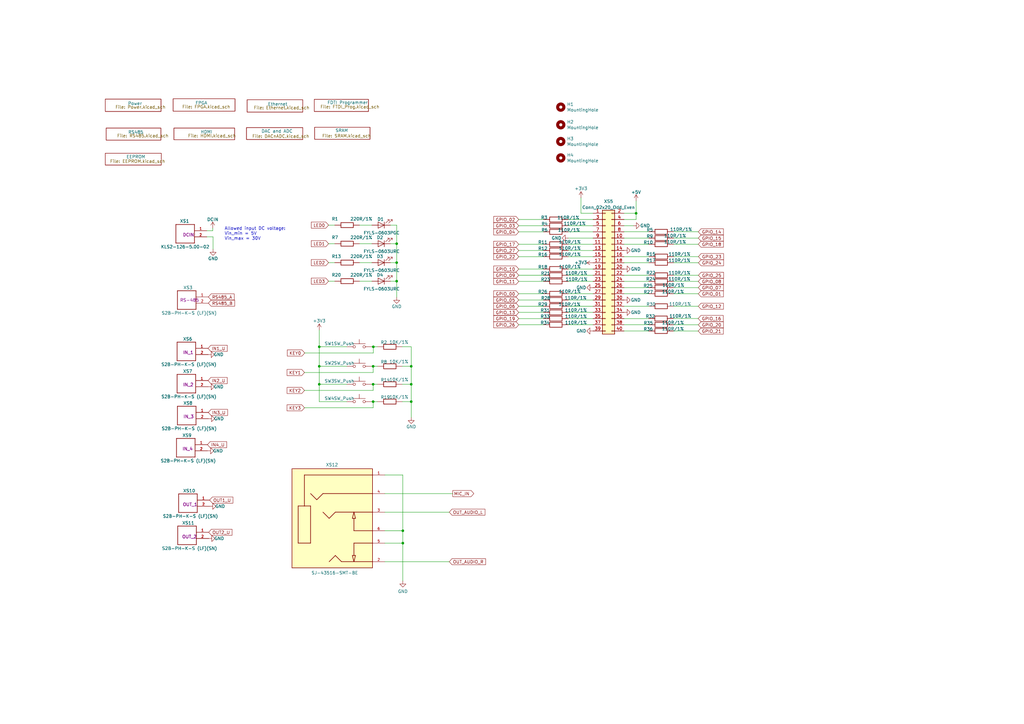
<source format=kicad_sch>
(kicad_sch (version 20230121) (generator eeschema)
  (paper "A3")
  (title_block (title "ПИР СЦХ-254 \"Карно\"\n(Karnix ASB-254)") (date "2023-10-04") (rev "V1.0") (company "ООО \"Фабмикро\"") (comment 1 "ФМТД.466961.029 Э3") (comment 2 "Залата Р.Н."))
  (lib_symbols
    (symbol "Connector_Generic:Conn_02x20_Odd_Even" (pin_names (offset 1.016) hide)
      (property "Reference" "J" (at 1.27 25.4 0))
      (property "Value" "Conn_02x20_Odd_Even" (at 1.27 -27.94 0))
      (symbol "Conn_02x20_Odd_Even_1_1"
        (pin passive line (at -5.08 22.86 0) (length 3.81) (name "Pin_1") (number "1"))
        (pin passive line (at 7.62 12.7 180) (length 3.81) (name "Pin_10") (number "10"))
        (pin passive line (at -5.08 10.16 0) (length 3.81) (name "Pin_11") (number "11"))
        (pin passive line (at 7.62 10.16 180) (length 3.81) (name "Pin_12") (number "12"))
        (pin passive line (at -5.08 7.62 0) (length 3.81) (name "Pin_13") (number "13"))
        (pin passive line (at 7.62 7.62 180) (length 3.81) (name "Pin_14") (number "14"))
        (pin passive line (at -5.08 5.08 0) (length 3.81) (name "Pin_15") (number "15"))
        (pin passive line (at 7.62 5.08 180) (length 3.81) (name "Pin_16") (number "16"))
        (pin passive line (at -5.08 2.54 0) (length 3.81) (name "Pin_17") (number "17"))
        (pin passive line (at 7.62 2.54 180) (length 3.81) (name "Pin_18") (number "18"))
        (pin passive line (at -5.08 0 0) (length 3.81) (name "Pin_19") (number "19"))
        (pin passive line (at 7.62 22.86 180) (length 3.81) (name "Pin_2") (number "2"))
        (pin passive line (at 7.62 0 180) (length 3.81) (name "Pin_20") (number "20"))
        (pin passive line (at -5.08 -2.54 0) (length 3.81) (name "Pin_21") (number "21"))
        (pin passive line (at 7.62 -2.54 180) (length 3.81) (name "Pin_22") (number "22"))
        (pin passive line (at -5.08 -5.08 0) (length 3.81) (name "Pin_23") (number "23"))
        (pin passive line (at 7.62 -5.08 180) (length 3.81) (name "Pin_24") (number "24"))
        (pin passive line (at -5.08 -7.62 0) (length 3.81) (name "Pin_25") (number "25"))
        (pin passive line (at 7.62 -7.62 180) (length 3.81) (name "Pin_26") (number "26"))
        (pin passive line (at -5.08 -10.16 0) (length 3.81) (name "Pin_27") (number "27"))
        (pin passive line (at 7.62 -10.16 180) (length 3.81) (name "Pin_28") (number "28"))
        (pin passive line (at -5.08 -12.7 0) (length 3.81) (name "Pin_29") (number "29"))
        (pin passive line (at -5.08 20.32 0) (length 3.81) (name "Pin_3") (number "3"))
        (pin passive line (at 7.62 -12.7 180) (length 3.81) (name "Pin_30") (number "30"))
        (pin passive line (at -5.08 -15.24 0) (length 3.81) (name "Pin_31") (number "31"))
        (pin passive line (at 7.62 -15.24 180) (length 3.81) (name "Pin_32") (number "32"))
        (pin passive line (at -5.08 -17.78 0) (length 3.81) (name "Pin_33") (number "33"))
        (pin passive line (at 7.62 -17.78 180) (length 3.81) (name "Pin_34") (number "34"))
        (pin passive line (at -5.08 -20.32 0) (length 3.81) (name "Pin_35") (number "35"))
        (pin passive line (at 7.62 -20.32 180) (length 3.81) (name "Pin_36") (number "36"))
        (pin passive line (at -5.08 -22.86 0) (length 3.81) (name "Pin_37") (number "37"))
        (pin passive line (at 7.62 -22.86 180) (length 3.81) (name "Pin_38") (number "38"))
        (pin passive line (at -5.08 -25.4 0) (length 3.81) (name "Pin_39") (number "39"))
        (pin passive line (at 7.62 20.32 180) (length 3.81) (name "Pin_4") (number "4"))
        (pin passive line (at 7.62 -25.4 180) (length 3.81) (name "Pin_40") (number "40"))
        (pin passive line (at -5.08 17.78 0) (length 3.81) (name "Pin_5") (number "5"))
        (pin passive line (at 7.62 17.78 180) (length 3.81) (name "Pin_6") (number "6"))
        (pin passive line (at -5.08 15.24 0) (length 3.81) (name "Pin_7") (number "7"))
        (pin passive line (at 7.62 15.24 180) (length 3.81) (name "Pin_8") (number "8"))
        (pin passive line (at -5.08 12.7 0) (length 3.81) (name "Pin_9") (number "9"))
      )
    )
    (symbol "Fabmicro:+3V3" (power) (pin_names (offset 0))
      (property "Value" "+3V3" (at 0 3.556 0))
      (symbol "+3V3_1_1"
        (pin power_in line (at 0 0 90) (length 0) hide (name "+3V3") (number "1"))
      )
    )
    (symbol "Fabmicro:CONN_2Pins" (pin_names (offset 1.016))
      (property "Reference" "XS" (at 0 2.54 0))
      (property "Value" "CONN_2Pins" (at 2.54 2.54 0))
      (symbol "CONN_2Pins_1_1"
        (pin passive line (at 12.7 -2.54 180) (length 5.08) (name "~") (number "1"))
        (pin passive line (at 12.7 -5.08 180) (length 5.08) (name "~") (number "2"))
      )
    )
    (symbol "Fabmicro:DCIN" (power) (pin_names (offset 0))
      (property "Value" "DCIN" (at 0 3.556 0))
      (symbol "DCIN_1_1"
        (pin power_in line (at 0 0 90) (length 0) hide (name "DCIN") (number "1"))
      )
    )
    (symbol "Fabmicro:LED" (pin_numbers hide) (pin_names (offset 1.016) hide)
      (property "Reference" "D" (at 3.81 2.54 0))
      (property "Value" "LED" (at 3.81 -2.54 0))
      (symbol "LED_1_1"
        (pin passive line (at 0 0 0) (length 2.54) (name "K") (number "1"))
        (pin passive line (at 7.62 0 180) (length 2.54) (name "A") (number "2"))
      )
    )
    (symbol "Fabmicro:Resistor" (pin_numbers hide) (pin_names (offset 0))
      (property "Reference" "R" (at 0 2.032 0))
      (property "Value" "Resistor" (at 0 0 0))
      (symbol "Resistor_1_1"
        (pin passive line (at -5.08 0 0) (length 2.54) (name "~") (number "1"))
        (pin passive line (at 5.08 0 180) (length 2.54) (name "~") (number "2"))
      )
    )
    (symbol "Fabmicro:SJ-43516-SMT-BE" (pin_names (offset 1.016))
      (property "Reference" "J" (at -17.7932 22.877 0))
      (property "Value" "SJ-43516-SMT-BE" (at -17.8146 -20.3595 0))
      (symbol "SJ-43516-SMT-BE_0_0"
        (pin passive line (at 20.32 20.32 180) (length 5.08) (name "~") (number "1"))
        (pin passive line (at 20.32 -15.24 180) (length 5.08) (name "~") (number "2"))
        (pin passive line (at 20.32 5.08 180) (length 5.08) (name "~") (number "3"))
        (pin passive line (at 20.32 12.7 180) (length 5.08) (name "~") (number "4"))
        (pin passive line (at 20.32 -7.62 180) (length 5.08) (name "~") (number "5"))
        (pin passive line (at 20.32 -2.54 180) (length 5.08) (name "~") (number "6"))
      )
    )
    (symbol "Mechanical:MountingHole" (pin_names (offset 1.016))
      (property "Reference" "H" (at 0 5.08 0))
      (property "Value" "MountingHole" (at 0 3.175 0))
    )
    (symbol "Switch:SW_Push" (pin_numbers hide) (pin_names (offset 1.016) hide)
      (property "Reference" "SW" (at 1.27 2.54 0))
      (property "Value" "SW_Push" (at 0 -1.524 0))
      (symbol "SW_Push_0_1"
        (pin passive line (at -5.08 0 0) (length 2.54) (name "1") (number "1"))
        (pin passive line (at 5.08 0 180) (length 2.54) (name "2") (number "2"))
      )
    )
    (symbol "power:+5V" (power) (pin_names (offset 0))
      (property "Value" "+5V" (at 0 3.556 0))
      (symbol "+5V_1_1"
        (pin power_in line (at 0 0 90) (length 0) hide (name "+5V") (number "1"))
      )
    )
    (symbol "power:GND" (power) (pin_names (offset 0))
      (property "Value" "GND" (at 0 -3.81 0))
      (symbol "GND_1_1"
        (pin power_in line (at 0 0 270) (length 0) hide (name "GND") (number "1"))
      )
    )
  )
  (junction (at 130.937 150.241))
  (junction (at 165.227 217.678))
  (junction (at 168.656 157.607))
  (junction (at 130.937 157.607))
  (junction (at 162.687 115.316))
  (junction (at 168.656 150.241))
  (junction (at 168.656 164.719))
  (junction (at 153.035 150.241))
  (junction (at 153.035 164.719))
  (junction (at 162.687 99.949))
  (junction (at 260.8904 87.4861))
  (junction (at 165.227 222.758))
  (junction (at 162.687 107.7136))
  (junction (at 130.937 142.24))
  (junction (at 153.1304 142.24))
  (junction (at 153.035 157.607))
  (wire (pts (xy 266.0974 97.6461) (xy 255.9374 97.6461)))
  (wire (pts (xy 168.656 150.241) (xy 164.973 150.241)))
  (wire (pts (xy 130.937 135.382) (xy 130.937 142.24)))
  (wire (pts (xy 222.9174 102.7515) (xy 212.7574 102.7515)))
  (wire (pts (xy 238.2844 87.4861) (xy 243.2374 87.4861)))
  (wire (pts (xy 153.035 164.719) (xy 152.4 164.719)))
  (wire (pts (xy 222.9174 100.1861) (xy 212.7574 100.1861)))
  (wire (pts (xy 87.376 97.155) (xy 87.376 102.235)))
  (wire (pts (xy 276.3082 107.7807) (xy 286.4682 107.7807)))
  (wire (pts (xy 276.3122 105.2447) (xy 286.4722 105.2447)))
  (wire (pts (xy 276.2574 95.0807) (xy 286.4174 95.0807)))
  (wire (pts (xy 255.9374 125.6115) (xy 255.9374 125.5861)))
  (wire (pts (xy 276.225 135.763) (xy 286.385 135.763)))
  (wire (pts (xy 243.2374 95.1061) (xy 233.0774 95.1061)))
  (wire (pts (xy 255.9374 95.0807) (xy 255.9374 95.1061)))
  (wire (pts (xy 154.813 157.607) (xy 153.035 157.607)))
  (wire (pts (xy 266.0974 95.0807) (xy 255.9374 95.0807)))
  (wire (pts (xy 165.227 194.818) (xy 165.227 217.678)))
  (wire (pts (xy 162.687 99.949) (xy 160.147 99.949)))
  (wire (pts (xy 266.0974 125.6115) (xy 255.9374 125.6115)))
  (wire (pts (xy 233.0774 105.2661) (xy 243.2374 105.2661)))
  (wire (pts (xy 162.687 115.316) (xy 160.147 115.316)))
  (wire (pts (xy 276.2574 115.4261) (xy 286.4174 115.4261)))
  (wire (pts (xy 153.035 160.147) (xy 153.035 157.607)))
  (wire (pts (xy 276.2574 125.6115) (xy 286.4174 125.6115)))
  (wire (pts (xy 243.2374 90.0261) (xy 233.0774 90.0261)))
  (wire (pts (xy 243.2374 100.1861) (xy 233.0774 100.1861)))
  (wire (pts (xy 233.0774 120.5061) (xy 243.2374 120.5061)))
  (wire (pts (xy 162.687 99.949) (xy 162.687 107.7136)))
  (wire (pts (xy 276.2574 117.9661) (xy 286.4174 117.9661)))
  (wire (pts (xy 137.287 107.7136) (xy 134.747 107.7136)))
  (wire (pts (xy 162.687 115.316) (xy 162.687 121.92)))
  (wire (pts (xy 266.0974 100.1861) (xy 266.0974 100.1607)))
  (wire (pts (xy 255.925 107.7995) (xy 255.9374 107.7995)))
  (wire (pts (xy 255.925 107.7807) (xy 255.925 107.7995)))
  (wire (pts (xy 266.1482 112.8861) (xy 266.1482 112.9115)))
  (wire (pts (xy 160.147 92.329) (xy 162.687 92.329)))
  (wire (pts (xy 142.24 157.607) (xy 130.937 157.607)))
  (wire (pts (xy 185.674 202.438) (xy 157.861 202.438)))
  (wire (pts (xy 130.937 150.241) (xy 130.937 157.607)))
  (wire (pts (xy 152.527 107.7136) (xy 147.447 107.7136)))
  (wire (pts (xy 137.287 115.316) (xy 134.747 115.316)))
  (wire (pts (xy 222.9174 130.6661) (xy 212.7574 130.6661)))
  (wire (pts (xy 255.9374 130.6661) (xy 266.0466 130.6661)))
  (wire (pts (xy 153.1304 144.78) (xy 153.1304 142.24)))
  (wire (pts (xy 276.2574 100.1607) (xy 286.4174 100.1607)))
  (wire (pts (xy 260.8904 87.4861) (xy 255.9374 87.4861)))
  (wire (pts (xy 157.861 210.058) (xy 184.277 210.058)))
  (wire (pts (xy 259.7474 92.5661) (xy 255.9374 92.5661)))
  (wire (pts (xy 153.035 152.781) (xy 153.035 150.241)))
  (wire (pts (xy 157.861 222.758) (xy 165.227 222.758)))
  (wire (pts (xy 266.0974 133.2061) (xy 266.0974 133.2315)))
  (wire (pts (xy 222.9174 112.8861) (xy 212.7574 112.8861)))
  (wire (pts (xy 124.8726 167.259) (xy 153.035 167.259)))
  (wire (pts (xy 255.9374 105.2661) (xy 266.1522 105.2661)))
  (wire (pts (xy 243.2374 102.7515) (xy 243.2374 102.7261)))
  (wire (pts (xy 266.0466 130.6661) (xy 266.0466 130.6407)))
  (wire (pts (xy 212.7574 92.5661) (xy 222.9174 92.5661)))
  (wire (pts (xy 266.1482 107.7807) (xy 255.925 107.7807)))
  (wire (pts (xy 233.0774 123.0461) (xy 243.2374 123.0461)))
  (wire (pts (xy 142.24 164.719) (xy 130.937 164.719)))
  (wire (pts (xy 260.8904 82.4061) (xy 260.8904 87.4861)))
  (wire (pts (xy 168.656 157.607) (xy 168.656 164.719)))
  (wire (pts (xy 233.0774 102.7515) (xy 243.2374 102.7515)))
  (wire (pts (xy 153.035 167.259) (xy 153.035 164.719)))
  (wire (pts (xy 222.9174 120.5061) (xy 212.7574 120.5061)))
  (wire (pts (xy 222.9174 105.2661) (xy 212.7574 105.2661)))
  (wire (pts (xy 222.9174 128.1261) (xy 212.7574 128.1261)))
  (wire (pts (xy 162.687 107.7136) (xy 162.687 115.316)))
  (wire (pts (xy 222.9174 133.2061) (xy 212.7574 133.2061)))
  (wire (pts (xy 165.227 222.758) (xy 165.227 238.252)))
  (wire (pts (xy 157.861 217.678) (xy 165.227 217.678)))
  (wire (pts (xy 153.035 157.607) (xy 152.4 157.607)))
  (wire (pts (xy 260.8904 90.0261) (xy 260.8904 87.4861)))
  (wire (pts (xy 266.1522 105.2661) (xy 266.1522 105.2447)))
  (wire (pts (xy 152.527 92.329) (xy 147.447 92.329)))
  (wire (pts (xy 255.9374 135.7461) (xy 266.065 135.7461)))
  (wire (pts (xy 87.249 93.599) (xy 87.249 94.615)))
  (wire (pts (xy 152.527 115.316) (xy 147.447 115.316)))
  (wire (pts (xy 255.9374 133.2061) (xy 266.0974 133.2061)))
  (wire (pts (xy 168.656 142.24) (xy 164.973 142.24)))
  (wire (pts (xy 212.7574 123.0461) (xy 222.9174 123.0461)))
  (wire (pts (xy 154.813 142.24) (xy 153.1304 142.24)))
  (wire (pts (xy 153.1304 142.24) (xy 152.4 142.24)))
  (wire (pts (xy 124.8726 160.147) (xy 153.035 160.147)))
  (wire (pts (xy 233.0774 133.2061) (xy 243.2374 133.2061)))
  (wire (pts (xy 168.656 150.241) (xy 168.656 142.24)))
  (wire (pts (xy 130.937 157.607) (xy 130.937 164.719)))
  (wire (pts (xy 165.227 217.678) (xy 165.227 222.758)))
  (wire (pts (xy 233.0774 112.8861) (xy 243.2374 112.8861)))
  (wire (pts (xy 124.8726 152.781) (xy 153.035 152.781)))
  (wire (pts (xy 233.0774 97.6461) (xy 243.2374 97.6461)))
  (wire (pts (xy 243.2374 110.3461) (xy 233.0774 110.3461)))
  (wire (pts (xy 255.9374 112.8861) (xy 266.1482 112.8861)))
  (wire (pts (xy 212.7574 90.0261) (xy 222.9174 90.0261)))
  (wire (pts (xy 276.2574 120.5061) (xy 286.4174 120.5061)))
  (wire (pts (xy 154.813 150.241) (xy 153.035 150.241)))
  (wire (pts (xy 255.9374 107.7995) (xy 255.9374 107.8061)))
  (wire (pts (xy 154.813 164.719) (xy 153.035 164.719)))
  (wire (pts (xy 233.0774 92.5661) (xy 243.2374 92.5661)))
  (wire (pts (xy 137.287 92.329) (xy 134.747 92.329)))
  (wire (pts (xy 276.2574 133.2315) (xy 286.4174 133.2315)))
  (wire (pts (xy 255.9374 90.0261) (xy 260.8904 90.0261)))
  (wire (pts (xy 276.2574 97.6461) (xy 286.4174 97.6461)))
  (wire (pts (xy 130.937 150.241) (xy 130.937 142.24)))
  (wire (pts (xy 243.2374 125.5861) (xy 233.0774 125.5861)))
  (wire (pts (xy 238.2844 81.1361) (xy 238.2844 87.4861)))
  (wire (pts (xy 168.656 171.196) (xy 168.656 164.719)))
  (wire (pts (xy 266.0974 117.9661) (xy 255.9374 117.9661)))
  (wire (pts (xy 157.861 194.818) (xy 165.227 194.818)))
  (wire (pts (xy 222.9174 115.4261) (xy 212.7574 115.4261)))
  (wire (pts (xy 157.861 230.378) (xy 184.277 230.378)))
  (wire (pts (xy 87.249 94.615) (xy 84.836 94.615)))
  (wire (pts (xy 255.9374 100.1861) (xy 266.0974 100.1861)))
  (wire (pts (xy 276.2066 130.6407) (xy 286.3666 130.6407)))
  (wire (pts (xy 130.937 142.24) (xy 142.24 142.24)))
  (wire (pts (xy 255.9374 115.4261) (xy 266.0974 115.4261)))
  (wire (pts (xy 162.687 92.329) (xy 162.687 99.949)))
  (wire (pts (xy 266.065 135.7461) (xy 266.065 135.763)))
  (wire (pts (xy 137.287 99.949) (xy 134.747 99.949)))
  (wire (pts (xy 222.9174 95.1061) (xy 212.7574 95.1061)))
  (wire (pts (xy 233.0774 130.6661) (xy 243.2374 130.6661)))
  (wire (pts (xy 142.24 150.241) (xy 130.937 150.241)))
  (wire (pts (xy 162.687 107.7136) (xy 160.147 107.7136)))
  (wire (pts (xy 266.0974 120.5061) (xy 255.9374 120.5061)))
  (wire (pts (xy 233.0774 128.1261) (xy 243.2374 128.1261)))
  (wire (pts (xy 276.3082 112.9115) (xy 286.4682 112.9115)))
  (wire (pts (xy 168.656 150.241) (xy 168.656 157.607)))
  (wire (pts (xy 152.527 99.949) (xy 147.447 99.949)))
  (wire (pts (xy 124.968 144.78) (xy 153.1304 144.78)))
  (wire (pts (xy 222.9174 110.3461) (xy 212.7574 110.3461)))
  (wire (pts (xy 233.0774 115.4261) (xy 243.2374 115.4261)))
  (wire (pts (xy 168.656 164.719) (xy 164.973 164.719)))
  (wire (pts (xy 153.035 150.241) (xy 152.4 150.241)))
  (wire (pts (xy 222.9174 125.5861) (xy 212.7574 125.5861)))
  (wire (pts (xy 84.836 97.155) (xy 87.376 97.155)))
  (wire (pts (xy 168.656 157.607) (xy 164.973 157.607)))
  (text "Allowed input DC voltage:\nVin_min = 5V\nVin_max = 30V" (at 92.075 98.679 0) (effects (font (size 1.27 1.27)) (justify left bottom)))
  (global_label "KEY3" (shape input) (at 124.8726 167.259 180) (property "Intersheetrefs" "${INTERSHEET_REFS}" (effects hide)))
  (global_label "GPIO_14" (shape input) (at 286.4174 95.0807 0) (property "Intersheetrefs" "${INTERSHEET_REFS}" (effects hide)))
  (global_label "OUT_AUDIO_L" (shape input) (at 184.277 210.058 0) (property "Intersheetrefs" "${INTERSHEET_REFS}" (effects hide)) (property "Обозначения листов" "${INTERSHEET_REFS}" (effects hide)))
  (global_label "MIC_IN" (shape output) (at 185.674 202.438 0) (property "Intersheetrefs" "${INTERSHEET_REFS}" (effects hide)) (property "Обозначения листов" "${INTERSHEET_REFS}" (effects hide)))
  (global_label "GPIO_20" (shape input) (at 286.4174 133.2315 0) (property "Intersheetrefs" "${INTERSHEET_REFS}" (effects hide)))
  (global_label "GPIO_00" (shape input) (at 212.7574 120.5061 180) (property "Intersheetrefs" "${INTERSHEET_REFS}" (effects hide)))
  (global_label "GPIO_08" (shape input) (at 286.4174 115.4261 0) (property "Intersheetrefs" "${INTERSHEET_REFS}" (effects hide)))
  (global_label "GPIO_09" (shape input) (at 212.7574 112.8861 180) (property "Intersheetrefs" "${INTERSHEET_REFS}" (effects hide)))
  (global_label "GPIO_02" (shape input) (at 212.7574 90.0261 180) (property "Intersheetrefs" "${INTERSHEET_REFS}" (effects hide)))
  (global_label "LED2" (shape input) (at 134.747 107.7136 180) (property "Intersheetrefs" "${INTERSHEET_REFS}" (effects hide)))
  (global_label "GPIO_10" (shape input) (at 212.7574 110.3461 180) (property "Intersheetrefs" "${INTERSHEET_REFS}" (effects hide)))
  (global_label "KEY2" (shape input) (at 124.8726 160.147 180) (property "Intersheetrefs" "${INTERSHEET_REFS}" (effects hide)))
  (global_label "RS485_A" (shape input) (at 85.471 121.793 0) (property "Intersheetrefs" "${INTERSHEET_REFS}" (effects hide)))
  (global_label "IN4_U" (shape input) (at 85.09 182.372 0) (property "Intersheetrefs" "${INTERSHEET_REFS}" (effects hide)) (property "Обозначения листов" "${INTERSHEET_REFS}" (effects hide)))
  (global_label "IN1_U" (shape input) (at 85.344 142.875 0) (property "Intersheetrefs" "${INTERSHEET_REFS}" (effects hide)) (property "Обозначения листов" "${INTERSHEET_REFS}" (effects hide)))
  (global_label "GPIO_03" (shape input) (at 212.7574 92.5661 180) (property "Intersheetrefs" "${INTERSHEET_REFS}" (effects hide)))
  (global_label "GPIO_12" (shape input) (at 286.4174 125.6115 0) (property "Intersheetrefs" "${INTERSHEET_REFS}" (effects hide)))
  (global_label "GPIO_06" (shape input) (at 212.7574 125.5861 180) (property "Intersheetrefs" "${INTERSHEET_REFS}" (effects hide)))
  (global_label "IN3_U" (shape input) (at 85.471 169.164 0) (property "Intersheetrefs" "${INTERSHEET_REFS}" (effects hide)) (property "Обозначения листов" "${INTERSHEET_REFS}" (effects hide)))
  (global_label "GPIO_24" (shape input) (at 286.4682 107.7807 0) (property "Intersheetrefs" "${INTERSHEET_REFS}" (effects hide)))
  (global_label "IN2_U" (shape input) (at 85.344 156.083 0) (property "Intersheetrefs" "${INTERSHEET_REFS}" (effects hide)) (property "Обозначения листов" "${INTERSHEET_REFS}" (effects hide)))
  (global_label "RS485_B" (shape input) (at 85.471 124.333 0) (property "Intersheetrefs" "${INTERSHEET_REFS}" (effects hide)))
  (global_label "OUT_AUDIO_R" (shape input) (at 184.277 230.378 0) (property "Intersheetrefs" "${INTERSHEET_REFS}" (effects hide)) (property "Обозначения листов" "${INTERSHEET_REFS}" (effects hide)))
  (global_label "GPIO_27" (shape input) (at 212.7574 102.7515 180) (property "Intersheetrefs" "${INTERSHEET_REFS}" (effects hide)))
  (global_label "LED3" (shape input) (at 134.747 115.316 180) (property "Intersheetrefs" "${INTERSHEET_REFS}" (effects hide)))
  (global_label "GPIO_18" (shape input) (at 286.4174 100.1607 0) (property "Intersheetrefs" "${INTERSHEET_REFS}" (effects hide)))
  (global_label "GPIO_23" (shape input) (at 286.4722 105.2447 0) (property "Intersheetrefs" "${INTERSHEET_REFS}" (effects hide)))
  (global_label "KEY0" (shape input) (at 124.968 144.78 180) (property "Intersheetrefs" "${INTERSHEET_REFS}" (effects hide)))
  (global_label "LED0" (shape input) (at 134.747 92.329 180) (property "Intersheetrefs" "${INTERSHEET_REFS}" (effects hide)))
  (global_label "GPIO_17" (shape input) (at 212.7574 100.1861 180) (property "Intersheetrefs" "${INTERSHEET_REFS}" (effects hide)))
  (global_label "GPIO_21" (shape input) (at 286.385 135.763 0) (property "Intersheetrefs" "${INTERSHEET_REFS}" (effects hide)))
  (global_label "GPIO_16" (shape input) (at 286.3666 130.6407 0) (property "Intersheetrefs" "${INTERSHEET_REFS}" (effects hide)))
  (global_label "GPIO_01" (shape input) (at 286.4174 120.5061 0) (property "Intersheetrefs" "${INTERSHEET_REFS}" (effects hide)))
  (global_label "GPIO_05" (shape input) (at 212.7574 123.0461 180) (property "Intersheetrefs" "${INTERSHEET_REFS}" (effects hide)))
  (global_label "GPIO_07" (shape input) (at 286.4174 117.9661 0) (property "Intersheetrefs" "${INTERSHEET_REFS}" (effects hide)))
  (global_label "KEY1" (shape input) (at 124.8726 152.781 180) (property "Intersheetrefs" "${INTERSHEET_REFS}" (effects hide)))
  (global_label "GPIO_13" (shape input) (at 212.7574 128.1261 180) (property "Intersheetrefs" "${INTERSHEET_REFS}" (effects hide)))
  (global_label "LED1" (shape input) (at 134.747 99.949 180) (property "Intersheetrefs" "${INTERSHEET_REFS}" (effects hide)))
  (global_label "GPIO_11" (shape input) (at 212.7574 115.4261 180) (property "Intersheetrefs" "${INTERSHEET_REFS}" (effects hide)))
  (global_label "OUT2_U" (shape input) (at 85.598 218.313 0) (property "Intersheetrefs" "${INTERSHEET_REFS}" (effects hide)) (property "Обозначения листов" "${INTERSHEET_REFS}" (effects hide)))
  (global_label "GPIO_19" (shape input) (at 212.7574 130.6661 180) (property "Intersheetrefs" "${INTERSHEET_REFS}" (effects hide)))
  (global_label "GPIO_26" (shape input) (at 212.7574 133.2061 180) (property "Intersheetrefs" "${INTERSHEET_REFS}" (effects hide)))
  (global_label "GPIO_15" (shape input) (at 286.4174 97.6461 0) (property "Intersheetrefs" "${INTERSHEET_REFS}" (effects hide)))
  (global_label "GPIO_04" (shape input) (at 212.7574 95.1061 180) (property "Intersheetrefs" "${INTERSHEET_REFS}" (effects hide)))
  (global_label "GPIO_25" (shape input) (at 286.4682 112.9115 0) (property "Intersheetrefs" "${INTERSHEET_REFS}" (effects hide)))
  (global_label "OUT1_U" (shape input) (at 85.979 205.105 0) (property "Intersheetrefs" "${INTERSHEET_REFS}" (effects hide)) (property "Обозначения листов" "${INTERSHEET_REFS}" (effects hide)))
  (global_label "GPIO_22" (shape input) (at 212.7574 105.2661 180) (property "Intersheetrefs" "${INTERSHEET_REFS}" (effects hide)))
  (symbol (lib_id "Fabmicro:CONN_2Pins") (at 72.644 153.543 0) (unit 1)
    (property "Reference" "XS7" (at 76.962 152.273 0))
    (property "Value" "S2B-PH-K-S (LF)(SN)" (at 77.47 162.687 0))
    (property "Footprint" "Connector_JST:JST_PH_S2B-PH-K_1x02_P2.00mm_Horizontal" (effects hide))
    (property "Assignment" "IN_2" (at 75.057 158.496 0) (effects (justify left bottom)))
    (property "Поле7" "Connector 2 Pins" (effects hide))
    (property "Поле8" "2 Pins Connectors" (effects hide))
    (property "Mfr. Part Number" "S2B-PH-K-S (LF)(SN)" (effects hide))
    (property "Supplier" "Fabmicro" (effects hide))
  )
  (symbol (lib_id "Fabmicro:Resistor") (at 271.1774 120.5061 180) (unit 1)
    (property "Reference" "R27" (at 267.8754 119.7441 0) (effects (justify left)))
    (property "Value" "110R/1%" (at 280.5754 119.6171 0) (effects (justify left)))
    (property "Footprint" "Fabmicro:R_0402_1005Metric" (effects hide))
    (property "Mfr. Part Number" "RC0402FR-07110RL" (effects hide))
    (property "Supplier" "Fabmicro" (effects hide))
  )
  (symbol (lib_id "Fabmicro:Resistor") (at 227.9974 110.3461 180) (unit 1)
    (property "Reference" "R18" (at 224.5938 109.5079 0) (effects (justify left)))
    (property "Value" "110R/1%" (at 238.259 109.4063 0) (effects (justify left)))
    (property "Footprint" "Fabmicro:R_0402_1005Metric" (effects hide))
    (property "Mfr. Part Number" "RC0402FR-07110RL" (effects hide))
    (property "Supplier" "Fabmicro" (effects hide))
  )
  (symbol (lib_id "Fabmicro:LED") (at 160.147 107.7136 180) (unit 1)
    (property "Reference" "D3" (at 155.829 105.1736 0))
    (property "Value" "FYLS-0603URC" (at 156.5148 110.8886 0))
    (property "Footprint" "LED_SMD:LED_0603_1608Metric" (effects hide))
    (property "Mfr. Part Number" "FYLS-0603URC" (effects hide))
  )
  (symbol (lib_id "Fabmicro:Resistor") (at 159.893 150.241 0) (unit 1)
    (property "Reference" "R8" (at 156.083 148.463 0) (effects (justify left)))
    (property "Value" "10K/1%" (at 159.639 148.336 0) (effects (justify left)))
    (property "Footprint" "Fabmicro:R_0402_1005Metric" (effects hide))
    (property "Mfr. Part Number" "RC0402FR-0710KL" (effects hide))
  )
  (symbol (lib_id "Fabmicro:Resistor") (at 227.9974 95.1061 180) (unit 1)
    (property "Reference" "R6" (at 224.6954 94.3441 0) (effects (justify left)))
    (property "Value" "110R/1%" (at 237.9034 94.3441 0) (effects (justify left)))
    (property "Footprint" "Fabmicro:R_0402_1005Metric" (effects hide))
    (property "Mfr. Part Number" "RC0402FR-07110RL" (effects hide))
    (property "Supplier" "Fabmicro" (effects hide))
  )
  (symbol (lib_id "Fabmicro:Resistor") (at 159.893 142.24 0) (unit 1)
    (property "Reference" "R2" (at 156.083 140.462 0) (effects (justify left)))
    (property "Value" "10K/1%" (at 159.639 140.335 0) (effects (justify left)))
    (property "Footprint" "Fabmicro:R_0402_1005Metric" (effects hide))
    (property "Mfr. Part Number" "RC0402FR-0710KL" (effects hide))
  )
  (symbol (lib_id "Fabmicro:Resistor") (at 142.367 115.316 0) (unit 1)
    (property "Reference" "R20" (at 136.017 112.776 0) (effects (justify left)))
    (property "Value" "220R/1%" (at 143.637 112.776 0) (effects (justify left)))
    (property "Footprint" "Fabmicro:R_0402_1005Metric" (effects hide))
    (property "Mfr. Part Number" "RC0402JR-07220RL" (effects hide))
    (property "Supplier" "Fabmicro" (effects hide))
  )
  (symbol (lib_id "Mechanical:MountingHole") (at 229.997 64.77 0) (unit 1)
    (property "Reference" "H4" (at 232.537 63.6016 0) (effects (justify left)))
    (property "Value" "MountingHole" (at 232.537 65.913 0) (effects (justify left)))
    (property "Footprint" "Fabmicro:MountingHole_3.2mm_M3_ISO7380_NoPad" (effects hide))
  )
  (symbol (lib_id "power:GND") (at 85.598 220.853 90) (unit 1)
    (property "Reference" "#PWR0204" (effects hide))
    (property "Value" "GND" (at 89.916 220.853 90))
  )
  (symbol (lib_id "Fabmicro:CONN_2Pins") (at 73.279 202.565 0) (unit 1)
    (property "Reference" "XS10" (at 77.597 201.295 0))
    (property "Value" "S2B-PH-K-S (LF)(SN)" (at 78.105 211.709 0))
    (property "Footprint" "Connector_JST:JST_PH_S2B-PH-K_1x02_P2.00mm_Horizontal" (effects hide))
    (property "Assignment" "OUT_1" (at 74.93 207.645 0) (effects (justify left bottom)))
    (property "Поле7" "Connector 2 Pins" (effects hide))
    (property "Поле8" "2 Pins Connectors" (effects hide))
    (property "Mfr. Part Number" "S2B-PH-K-S (LF)(SN)" (effects hide))
    (property "Supplier" "Fabmicro" (effects hide))
  )
  (symbol (lib_id "Fabmicro:CONN_2Pins") (at 72.771 166.624 0) (unit 1)
    (property "Reference" "XS8" (at 77.089 165.354 0))
    (property "Value" "S2B-PH-K-S (LF)(SN)" (at 77.597 175.768 0))
    (property "Footprint" "Connector_JST:JST_PH_S2B-PH-K_1x02_P2.00mm_Horizontal" (effects hide))
    (property "Assignment" "IN_3" (at 75.184 171.577 0) (effects (justify left bottom)))
    (property "Поле7" "Connector 2 Pins" (effects hide))
    (property "Поле8" "2 Pins Connectors" (effects hide))
    (property "Mfr. Part Number" "S2B-PH-K-S (LF)(SN)" (effects hide))
    (property "Supplier" "Fabmicro" (effects hide))
  )
  (symbol (lib_id "Fabmicro:Resistor") (at 271.145 135.763 180) (unit 1)
    (property "Reference" "R36" (at 267.843 135.001 0) (effects (justify left)))
    (property "Value" "110R/1%" (at 280.543 134.874 0) (effects (justify left)))
    (property "Footprint" "Fabmicro:R_0402_1005Metric" (effects hide))
    (property "Mfr. Part Number" "RC0402FR-07110RL" (effects hide))
    (property "Supplier" "Fabmicro" (effects hide))
  )
  (symbol (lib_id "Fabmicro:Resistor") (at 227.9974 115.4261 0) (unit 1)
    (property "Reference" "R23" (at 221.7998 114.6387 0) (effects (justify left)))
    (property "Value" "110R/1%" (at 231.909 114.5371 0) (effects (justify left)))
    (property "Footprint" "Fabmicro:R_0402_1005Metric" (effects hide))
    (property "Mfr. Part Number" "RC0402FR-07110RL" (effects hide))
    (property "Supplier" "Fabmicro" (effects hide))
  )
  (symbol (lib_id "Fabmicro:Resistor") (at 227.9974 133.2061 0) (unit 1)
    (property "Reference" "R34" (at 221.6474 132.3679 0) (effects (justify left)))
    (property "Value" "110R/1%" (at 231.655 132.3171 0) (effects (justify left)))
    (property "Footprint" "Fabmicro:R_0402_1005Metric" (effects hide))
    (property "Mfr. Part Number" "RC0402FR-07110RL" (effects hide))
    (property "Supplier" "Fabmicro" (effects hide))
  )
  (symbol (lib_id "Switch:SW_Push") (at 147.32 157.607 0) (unit 1)
    (property "Reference" "SW3" (at 135.128 156.2927 0))
    (property "Value" "SW_Push" (at 141.097 156.2927 0))
    (property "Footprint" "Button_Switch_SMD:SW_SPST_EVQPE1" (effects hide))
    (property "Mfr. Part Number" "DTSM-32" (effects hide))
  )
  (symbol (lib_id "Fabmicro:+3V3") (at 130.937 135.382 0) (unit 1)
    (property "Reference" "#PWR02" (effects hide))
    (property "Value" "+3V3" (at 130.937 131.572 0))
  )
  (symbol (lib_id "power:GND") (at 255.9374 110.3461 90) (mirror x) (unit 1)
    (property "Reference" "#PWR010" (effects hide))
    (property "Value" "GND" (at 260.7634 110.3461 90))
  )
  (symbol (lib_id "Fabmicro:Resistor") (at 227.9974 130.6661 0) (unit 1)
    (property "Reference" "R33" (at 221.6474 129.8279 0) (effects (justify left)))
    (property "Value" "110R/1%" (at 231.655 129.7771 0) (effects (justify left)))
    (property "Footprint" "Fabmicro:R_0402_1005Metric" (effects hide))
    (property "Mfr. Part Number" "RC0402FR-07110RL" (effects hide))
    (property "Supplier" "Fabmicro" (effects hide))
  )
  (symbol (lib_id "Fabmicro:CONN_2Pins") (at 72.771 119.253 0) (unit 1)
    (property "Reference" "XS3" (at 77.089 117.983 0))
    (property "Value" "S2B-PH-K-S (LF)(SN)" (at 77.597 128.397 0))
    (property "Footprint" "Connector_JST:JST_PH_S2B-PH-K_1x02_P2.00mm_Horizontal" (effects hide))
    (property "Assignment" "RS-485" (at 73.787 123.825 0) (effects (justify left bottom)))
    (property "Поле7" "Connector 2 Pins" (effects hide))
    (property "Поле8" "2 Pins Connectors" (effects hide))
    (property "Mfr. Part Number" "S2B-PH-K-S (LF)(SN)" (effects hide))
    (property "Supplier" "Fabmicro" (effects hide))
  )
  (symbol (lib_id "Fabmicro:Resistor") (at 142.367 99.949 0) (unit 1)
    (property "Reference" "R7" (at 136.017 97.409 0) (effects (justify left)))
    (property "Value" "220R/1%" (at 143.637 97.409 0) (effects (justify left)))
    (property "Footprint" "Fabmicro:R_0402_1005Metric" (effects hide))
    (property "Mfr. Part Number" "RC0402JR-07220RL" (effects hide))
    (property "Supplier" "Fabmicro" (effects hide))
  )
  (symbol (lib_id "Fabmicro:+3V3") (at 238.2844 81.1361 0) (unit 1)
    (property "Reference" "#PWR01" (effects hide))
    (property "Value" "+3V3" (at 238.2844 77.3261 0))
  )
  (symbol (lib_id "power:GND") (at 162.687 121.92 0) (mirror y) (unit 1)
    (property "Reference" "#PWR015" (effects hide))
    (property "Value" "GND" (at 162.687 125.73 0))
  )
  (symbol (lib_id "Fabmicro:Resistor") (at 227.9974 128.1261 0) (unit 1)
    (property "Reference" "R31" (at 221.6474 127.2879 0) (effects (justify left)))
    (property "Value" "110R/1%" (at 231.655 127.2371 0) (effects (justify left)))
    (property "Footprint" "Fabmicro:R_0402_1005Metric" (effects hide))
    (property "Mfr. Part Number" "RC0402FR-07110RL" (effects hide))
    (property "Supplier" "Fabmicro" (effects hide))
  )
  (symbol (lib_id "Mechanical:MountingHole") (at 229.997 58.039 0) (unit 1)
    (property "Reference" "H3" (at 232.537 56.8706 0) (effects (justify left)))
    (property "Value" "MountingHole" (at 232.537 59.182 0) (effects (justify left)))
    (property "Footprint" "Fabmicro:MountingHole_3.2mm_M3_ISO7380_NoPad" (effects hide))
  )
  (symbol (lib_id "Fabmicro:Resistor") (at 227.9974 90.0261 180) (unit 1)
    (property "Reference" "R3" (at 224.5684 89.2641 0) (effects (justify left)))
    (property "Value" "110R/1%" (at 237.6494 89.2641 0) (effects (justify left)))
    (property "Footprint" "Fabmicro:R_0402_1005Metric" (effects hide))
    (property "Mfr. Part Number" "RC0402FR-07110RL" (effects hide))
    (property "Supplier" "Fabmicro" (effects hide))
  )
  (symbol (lib_id "power:GND") (at 85.344 158.623 90) (unit 1)
    (property "Reference" "#PWR0200" (effects hide))
    (property "Value" "GND" (at 89.662 158.623 90))
  )
  (symbol (lib_id "Fabmicro:Resistor") (at 271.1266 130.6407 0) (unit 1)
    (property "Reference" "R32" (at 264.7766 129.7263 0) (effects (justify left)))
    (property "Value" "110R/1%" (at 274.4794 129.6247 0) (effects (justify left)))
    (property "Footprint" "Fabmicro:R_0402_1005Metric" (effects hide))
    (property "Mfr. Part Number" "RC0402FR-07110RL" (effects hide))
    (property "Supplier" "Fabmicro" (effects hide))
  )
  (symbol (lib_id "Fabmicro:Resistor") (at 227.9974 92.5661 0) (unit 1)
    (property "Reference" "R4" (at 222.0284 91.8041 0) (effects (justify left)))
    (property "Value" "110R/1%" (at 231.1724 91.6771 0) (effects (justify left)))
    (property "Footprint" "Fabmicro:R_0402_1005Metric" (effects hide))
    (property "Mfr. Part Number" "RC0402FR-07110RL" (effects hide))
    (property "Supplier" "Fabmicro" (effects hide))
  )
  (symbol (lib_id "Mechanical:MountingHole") (at 229.997 43.942 0) (unit 1)
    (property "Reference" "H1" (at 232.537 42.7736 0) (effects (justify left)))
    (property "Value" "MountingHole" (at 232.537 45.085 0) (effects (justify left)))
    (property "Footprint" "Fabmicro:MountingHole_3.2mm_M3_ISO7380_NoPad" (effects hide))
  )
  (symbol (lib_id "power:GND") (at 255.9374 123.0461 90) (mirror x) (unit 1)
    (property "Reference" "#PWR016" (effects hide))
    (property "Value" "GND" (at 260.7634 123.0461 90))
  )
  (symbol (lib_id "Fabmicro:LED") (at 160.147 92.329 180) (unit 1)
    (property "Reference" "D1" (at 156.083 89.916 0))
    (property "Value" "FYLS-0603PGC" (at 156.5148 95.504 0))
    (property "Footprint" "LED_SMD:LED_0603_1608Metric" (effects hide))
    (property "Mfr. Part Number" "FYLS-0603PGC" (effects hide))
  )
  (symbol (lib_id "Fabmicro:Resistor") (at 227.9974 100.1861 180) (unit 1)
    (property "Reference" "R11" (at 224.5938 99.3479 0) (effects (justify left)))
    (property "Value" "110R/1%" (at 238.259 99.2463 0) (effects (justify left)))
    (property "Footprint" "Fabmicro:R_0402_1005Metric" (effects hide))
    (property "Mfr. Part Number" "RC0402FR-07110RL" (effects hide))
    (property "Supplier" "Fabmicro" (effects hide))
  )
  (symbol (lib_id "Fabmicro:CONN_2Pins") (at 72.644 140.335 0) (unit 1)
    (property "Reference" "XS6" (at 76.962 139.065 0))
    (property "Value" "S2B-PH-K-S (LF)(SN)" (at 77.47 149.479 0))
    (property "Footprint" "Connector_JST:JST_PH_S2B-PH-K_1x02_P2.00mm_Horizontal" (effects hide))
    (property "Assignment" "IN_1" (at 75.057 145.288 0) (effects (justify left bottom)))
    (property "Поле7" "Connector 2 Pins" (effects hide))
    (property "Поле8" "2 Pins Connectors" (effects hide))
    (property "Mfr. Part Number" "S2B-PH-K-S (LF)(SN)" (effects hide))
    (property "Supplier" "Fabmicro" (effects hide))
  )
  (symbol (lib_id "power:GND") (at 255.9374 128.1261 90) (mirror x) (unit 1)
    (property "Reference" "#PWR017" (effects hide))
    (property "Value" "GND" (at 260.7634 128.1261 90))
  )
  (symbol (lib_id "power:GND") (at 85.979 207.645 90) (unit 1)
    (property "Reference" "#PWR0203" (effects hide))
    (property "Value" "GND" (at 90.297 207.645 90))
  )
  (symbol (lib_id "Fabmicro:CONN_2Pins") (at 72.898 215.773 0) (unit 1)
    (property "Reference" "XS11" (at 77.216 214.503 0))
    (property "Value" "S2B-PH-K-S (LF)(SN)" (at 77.724 224.917 0))
    (property "Footprint" "Connector_JST:JST_PH_S2B-PH-K_1x02_P2.00mm_Horizontal" (effects hide))
    (property "Assignment" "OUT_2" (at 74.676 220.853 0) (effects (justify left bottom)))
    (property "Поле7" "Connector 2 Pins" (effects hide))
    (property "Поле8" "2 Pins Connectors" (effects hide))
    (property "Mfr. Part Number" "S2B-PH-K-S (LF)(SN)" (effects hide))
    (property "Supplier" "Fabmicro" (effects hide))
  )
  (symbol (lib_id "Fabmicro:Resistor") (at 227.9974 102.7515 180) (unit 1)
    (property "Reference" "R12" (at 224.5938 101.9133 0) (effects (justify left)))
    (property "Value" "110R/1%" (at 238.259 101.8117 0) (effects (justify left)))
    (property "Footprint" "Fabmicro:R_0402_1005Metric" (effects hide))
    (property "Mfr. Part Number" "RC0402FR-07110RL" (effects hide))
    (property "Supplier" "Fabmicro" (effects hide))
  )
  (symbol (lib_id "power:GND") (at 243.2374 117.9661 270) (mirror x) (unit 1)
    (property "Reference" "#PWR014" (effects hide))
    (property "Value" "GND" (at 238.4114 117.9661 90))
  )
  (symbol (lib_id "power:GND") (at 87.376 102.235 0) (unit 1)
    (property "Reference" "#PWR07" (effects hide))
    (property "Value" "GND" (at 87.376 106.045 0))
  )
  (symbol (lib_id "Fabmicro:Resistor") (at 271.1774 117.9661 180) (unit 1)
    (property "Reference" "R25" (at 267.7484 117.2041 0) (effects (justify left)))
    (property "Value" "110R/1%" (at 280.7024 116.9501 0) (effects (justify left)))
    (property "Footprint" "Fabmicro:R_0402_1005Metric" (effects hide))
    (property "Mfr. Part Number" "RC0402FR-07110RL" (effects hide))
    (property "Supplier" "Fabmicro" (effects hide))
  )
  (symbol (lib_id "Fabmicro:CONN_2Pins") (at 72.136 92.075 0) (unit 1)
    (property "Reference" "XS1" (at 75.692 90.678 0))
    (property "Value" "KLS2-126-5.00-02" (at 75.946 101.219 0))
    (property "Footprint" "Fabmicro:KLS2-126-5.00-2_Vertical" (effects hide))
    (property "Assignment" "DCIN" (at 74.93 97.028 0) (effects (justify left bottom)))
    (property "Mfr. Part Number" "KLS2-126-5.00-02" (effects hide))
    (property "Supplier" "Fabmicro" (effects hide))
  )
  (symbol (lib_id "Fabmicro:LED") (at 160.147 99.949 180) (unit 1)
    (property "Reference" "D2" (at 155.829 97.409 0))
    (property "Value" "FYLS-0603URC" (at 156.5148 103.124 0))
    (property "Footprint" "LED_SMD:LED_0603_1608Metric" (effects hide))
    (property "Mfr. Part Number" "FYLS-0603URC" (effects hide))
  )
  (symbol (lib_id "power:GND") (at 168.656 171.196 0) (mirror y) (unit 1)
    (property "Reference" "#PWR013" (effects hide))
    (property "Value" "GND" (at 168.656 175.006 0))
  )
  (symbol (lib_id "power:GND") (at 85.344 145.415 90) (unit 1)
    (property "Reference" "#PWR0199" (effects hide))
    (property "Value" "GND" (at 89.662 145.415 90))
  )
  (symbol (lib_id "Switch:SW_Push") (at 147.32 164.719 0) (unit 1)
    (property "Reference" "SW4" (at 135.128 163.4047 0))
    (property "Value" "SW_Push" (at 141.097 163.4047 0))
    (property "Footprint" "Button_Switch_SMD:SW_SPST_EVQPE1" (effects hide))
    (property "Mfr. Part Number" "DTSM-32" (effects hide))
  )
  (symbol (lib_id "Fabmicro:Resistor") (at 271.2282 107.7807 0) (unit 1)
    (property "Reference" "R17" (at 265.0052 106.7647 0) (effects (justify left)))
    (property "Value" "110R/1%" (at 274.1492 106.7647 0) (effects (justify left)))
    (property "Footprint" "Fabmicro:R_0402_1005Metric" (effects hide))
    (property "Mfr. Part Number" "RC0402FR-07110RL" (effects hide))
    (property "Supplier" "Fabmicro" (effects hide))
  )
  (symbol (lib_id "Fabmicro:Resistor") (at 142.367 92.329 0) (unit 1)
    (property "Reference" "R1" (at 136.017 89.789 0) (effects (justify left)))
    (property "Value" "220R/1%" (at 143.637 89.789 0) (effects (justify left)))
    (property "Footprint" "Fabmicro:R_0402_1005Metric" (effects hide))
    (property "Mfr. Part Number" "RC0402JR-07220RL" (effects hide))
    (property "Supplier" "Fabmicro" (effects hide))
  )
  (symbol (lib_id "Fabmicro:Resistor") (at 227.9974 123.0461 0) (unit 1)
    (property "Reference" "R28" (at 221.9014 122.2841 0) (effects (justify left)))
    (property "Value" "110R/1%" (at 231.5534 122.1571 0) (effects (justify left)))
    (property "Footprint" "Fabmicro:R_0402_1005Metric" (effects hide))
    (property "Mfr. Part Number" "RC0402FR-07110RL" (effects hide))
    (property "Supplier" "Fabmicro" (effects hide))
  )
  (symbol (lib_id "Fabmicro:CONN_2Pins") (at 72.39 179.832 0) (unit 1)
    (property "Reference" "XS9" (at 76.708 178.562 0))
    (property "Value" "S2B-PH-K-S (LF)(SN)" (at 77.216 188.976 0))
    (property "Footprint" "Connector_JST:JST_PH_S2B-PH-K_1x02_P2.00mm_Horizontal" (effects hide))
    (property "Assignment" "IN_4" (at 74.803 184.785 0) (effects (justify left bottom)))
    (property "Поле7" "Connector 2 Pins" (effects hide))
    (property "Поле8" "2 Pins Connectors" (effects hide))
    (property "Mfr. Part Number" "S2B-PH-K-S (LF)(SN)" (effects hide))
    (property "Supplier" "Fabmicro" (effects hide))
  )
  (symbol (lib_id "Fabmicro:Resistor") (at 271.1774 125.6115 0) (unit 1)
    (property "Reference" "R30" (at 265.0306 124.7987 0) (effects (justify left)))
    (property "Value" "110R/1%" (at 274.3778 124.6971 0) (effects (justify left)))
    (property "Footprint" "Fabmicro:R_0402_1005Metric" (effects hide))
    (property "Mfr. Part Number" "RC0402FR-07110RL" (effects hide))
    (property "Supplier" "Fabmicro" (effects hide))
  )
  (symbol (lib_id "Fabmicro:Resistor") (at 227.9974 125.5861 180) (unit 1)
    (property "Reference" "R29" (at 224.5684 124.8241 0) (effects (justify left)))
    (property "Value" "110R/1%" (at 238.1574 124.8241 0) (effects (justify left)))
    (property "Footprint" "Fabmicro:R_0402_1005Metric" (effects hide))
    (property "Mfr. Part Number" "RC0402FR-07110RL" (effects hide))
    (property "Supplier" "Fabmicro" (effects hide))
  )
  (symbol (lib_id "Fabmicro:Resistor") (at 271.1774 95.0807 0) (unit 1)
    (property "Reference" "R5" (at 265.183 94.2679 0) (effects (justify left)))
    (property "Value" "110R/1%" (at 274.7842 94.0647 0) (effects (justify left)))
    (property "Footprint" "Fabmicro:R_0402_1005Metric" (effects hide))
    (property "Mfr. Part Number" "RC0402FR-07110RL" (effects hide))
    (property "Supplier" "Fabmicro" (effects hide))
  )
  (symbol (lib_id "Fabmicro:Resistor") (at 227.9974 112.8861 0) (unit 1)
    (property "Reference" "R21" (at 221.7744 112.1241 0) (effects (justify left)))
    (property "Value" "110R/1%" (at 231.8074 111.9971 0) (effects (justify left)))
    (property "Footprint" "Fabmicro:R_0402_1005Metric" (effects hide))
    (property "Mfr. Part Number" "RC0402FR-07110RL" (effects hide))
    (property "Supplier" "Fabmicro" (effects hide))
  )
  (symbol (lib_id "Fabmicro:Resistor") (at 271.1774 133.2315 180) (unit 1)
    (property "Reference" "R35" (at 267.8754 132.4695 0) (effects (justify left)))
    (property "Value" "110R/1%" (at 280.5754 132.3425 0) (effects (justify left)))
    (property "Footprint" "Fabmicro:R_0402_1005Metric" (effects hide))
    (property "Mfr. Part Number" "RC0402FR-07110RL" (effects hide))
    (property "Supplier" "Fabmicro" (effects hide))
  )
  (symbol (lib_id "Connector_Generic:Conn_02x20_Odd_Even") (at 248.3174 110.3461 0) (unit 1)
    (property "Reference" "XS5" (at 249.5874 82.5986 0))
    (property "Value" "Conn_02x20_Odd_Even" (at 249.5874 85.0621 0))
    (property "Footprint" "Connector_PinHeader_2.54mm:PinHeader_2x20_P2.54mm_Vertical" (effects hide))
    (property "Mfr. Part Number" "HEADER_2x20_2.54mm" (effects hide))
  )
  (symbol (lib_id "Fabmicro:Resistor") (at 271.2322 105.2447 0) (unit 1)
    (property "Reference" "R15" (at 265.0092 104.2287 0) (effects (justify left)))
    (property "Value" "110R/1%" (at 274.1532 104.2287 0) (effects (justify left)))
    (property "Footprint" "Fabmicro:R_0402_1005Metric" (effects hide))
    (property "Mfr. Part Number" "RC0402FR-07110RL" (effects hide))
    (property "Supplier" "Fabmicro" (effects hide))
  )
  (symbol (lib_id "Fabmicro:Resistor") (at 271.1774 100.1607 180) (unit 1)
    (property "Reference" "R10" (at 267.8481 99.4359 0) (effects (justify left)))
    (property "Value" "110R/1%" (at 281.4412 99.2022 0) (effects (justify left)))
    (property "Footprint" "Fabmicro:R_0402_1005Metric" (effects hide))
    (property "Mfr. Part Number" "RC0402FR-07110RL" (effects hide))
    (property "Supplier" "Fabmicro" (effects hide))
  )
  (symbol (lib_id "Fabmicro:Resistor") (at 159.893 157.607 0) (unit 1)
    (property "Reference" "R14" (at 156.083 155.829 0) (effects (justify left)))
    (property "Value" "10K/1%" (at 159.639 155.702 0) (effects (justify left)))
    (property "Footprint" "Fabmicro:R_0402_1005Metric" (effects hide))
    (property "Mfr. Part Number" "RC0402FR-0710KL" (effects hide))
  )
  (symbol (lib_id "Mechanical:MountingHole") (at 229.997 51.181 0) (unit 1)
    (property "Reference" "H2" (at 232.537 50.0126 0) (effects (justify left)))
    (property "Value" "MountingHole" (at 232.537 52.324 0) (effects (justify left)))
    (property "Footprint" "Fabmicro:MountingHole_3.2mm_M3_ISO7380_NoPad" (effects hide))
  )
  (symbol (lib_id "Fabmicro:LED") (at 160.147 115.316 180) (unit 1)
    (property "Reference" "D4" (at 155.829 112.776 0))
    (property "Value" "FYLS-0603URC" (at 156.5148 118.491 0))
    (property "Footprint" "LED_SMD:LED_0603_1608Metric" (effects hide))
    (property "Mfr. Part Number" "FYLS-0603URC" (effects hide))
  )
  (symbol (lib_id "Switch:SW_Push") (at 147.32 142.24 0) (unit 1)
    (property "Reference" "SW1" (at 135.128 140.9257 0))
    (property "Value" "SW_Push" (at 141.097 140.9257 0))
    (property "Footprint" "Button_Switch_SMD:SW_SPST_EVQPE1" (effects hide))
    (property "Mfr. Part Number" "DTSM-32" (effects hide))
  )
  (symbol (lib_id "power:+5V") (at 260.8904 82.4061 0) (unit 1)
    (property "Reference" "#PWR03" (effects hide))
    (property "Value" "+5V" (at 260.8904 78.839 0))
  )
  (symbol (lib_id "Fabmicro:Resistor") (at 271.1774 97.6461 180) (unit 1)
    (property "Reference" "R9" (at 267.8481 96.9213 0) (effects (justify left)))
    (property "Value" "110R/1%" (at 281.4412 96.6876 0) (effects (justify left)))
    (property "Footprint" "Fabmicro:R_0402_1005Metric" (effects hide))
    (property "Mfr. Part Number" "RC0402FR-07110RL" (effects hide))
    (property "Supplier" "Fabmicro" (effects hide))
  )
  (symbol (lib_id "Fabmicro:Resistor") (at 227.9974 120.5061 180) (unit 1)
    (property "Reference" "R26" (at 224.5938 119.6679 0) (effects (justify left)))
    (property "Value" "110R/1%" (at 238.259 119.5663 0) (effects (justify left)))
    (property "Footprint" "Fabmicro:R_0402_1005Metric" (effects hide))
    (property "Mfr. Part Number" "RC0402FR-07110RL" (effects hide))
    (property "Supplier" "Fabmicro" (effects hide))
  )
  (symbol (lib_id "Fabmicro:DCIN") (at 87.249 93.599 0) (unit 1)
    (property "Reference" "#PWR04" (effects hide))
    (property "Value" "DCIN" (at 87.249 90.0319 0))
  )
  (symbol (lib_id "power:GND") (at 233.0774 97.6461 270) (mirror x) (unit 1)
    (property "Reference" "#PWR06" (effects hide))
    (property "Value" "GND" (at 228.2514 97.6461 90))
  )
  (symbol (lib_id "power:GND") (at 259.7474 92.5661 90) (mirror x) (unit 1)
    (property "Reference" "#PWR05" (effects hide))
    (property "Value" "GND" (at 264.5734 92.5661 90))
  )
  (symbol (lib_id "power:GND") (at 85.471 171.704 90) (unit 1)
    (property "Reference" "#PWR0201" (effects hide))
    (property "Value" "GND" (at 89.789 171.704 90))
  )
  (symbol (lib_id "Fabmicro:SJ-43516-SMT-BE") (at 137.541 215.138 0) (unit 1)
    (property "Reference" "XS12" (at 136.144 190.627 0))
    (property "Value" "SJ-43516-SMT-BE" (at 137.287 234.95 0))
    (property "Footprint" "Fabmicro:CUI_SJ-43516-SMT-BE" (effects hide))
    (property "MF" "CUI Devices" (effects hide))
    (property "Description" "4 conductor 3.5 mm Surface Mount Audio Jack w/ Two Switch, Blue" (effects hide))
    (property "Package" "None" (effects hide))
    (property "Price" "None" (effects hide))
    (property "Check_prices" "https://www.snapeda.com/parts/SJ-43516-SMT-TR-BE/CUI+Devices/view-part/?ref=eda" (effects hide))
    (property "PART_REV" "1.02" (effects hide))
    (property "STANDARD" "MANUFACTURER RECOMMENDATIONS" (effects hide))
    (property "SnapEDA_Link" "https://www.snapeda.com/parts/SJ-43516-SMT-TR-BE/CUI+Devices/view-part/?ref=snap" (effects hide))
    (property "MP" "SJ-43516-SMT-TR-BE" (effects hide))
    (property "Purchase-URL" "https://www.snapeda.com/api/url_track_click_mouser/?unipart_id=490913&manufacturer=CUI Devices&part_name=SJ-43516-SMT-TR-BE&search_term=None" (effects hide))
    (property "CUI_purchase_URL" "https://www.cuidevices.com/product/interconnect/connectors/audio-connectors/jacks/sj-43516-smt-tr-be?utm_source=snapeda.com&utm_medium=referral&utm_campaign=snapedaBOM" (effects hide))
    (property "Availability" "In Stock" (effects hide))
    (property "MANUFACTURER" "CUI INC" (effects hide))
  )
  (symbol (lib_id "Fabmicro:Resistor") (at 271.1774 115.4261 0) (unit 1)
    (property "Reference" "R24" (at 264.9544 114.4101 0) (effects (justify left)))
    (property "Value" "110R/1%" (at 274.0984 114.4101 0) (effects (justify left)))
    (property "Footprint" "Fabmicro:R_0402_1005Metric" (effects hide))
    (property "Mfr. Part Number" "RC0402FR-07110RL" (effects hide))
    (property "Supplier" "Fabmicro" (effects hide))
  )
  (symbol (lib_id "Fabmicro:Resistor") (at 142.367 107.7136 0) (unit 1)
    (property "Reference" "R13" (at 136.017 105.1736 0) (effects (justify left)))
    (property "Value" "220R/1%" (at 143.637 105.1736 0) (effects (justify left)))
    (property "Footprint" "Fabmicro:R_0402_1005Metric" (effects hide))
    (property "Mfr. Part Number" "RC0402JR-07220RL" (effects hide))
    (property "Supplier" "Fabmicro" (effects hide))
  )
  (symbol (lib_id "Fabmicro:+3V3") (at 243.2374 107.8061 90) (unit 1)
    (property "Reference" "#PWR09" (effects hide))
    (property "Value" "+3V3" (at 238.2082 107.6791 90))
  )
  (symbol (lib_id "Fabmicro:Resistor") (at 227.9974 105.2661 180) (unit 1)
    (property "Reference" "R16" (at 224.5938 104.4279 0) (effects (justify left)))
    (property "Value" "110R/1%" (at 238.259 104.3263 0) (effects (justify left)))
    (property "Footprint" "Fabmicro:R_0402_1005Metric" (effects hide))
    (property "Mfr. Part Number" "RC0402FR-07110RL" (effects hide))
    (property "Supplier" "Fabmicro" (effects hide))
  )
  (symbol (lib_id "power:GND") (at 243.2374 135.7461 270) (mirror x) (unit 1)
    (property "Reference" "#PWR018" (effects hide))
    (property "Value" "GND" (at 238.4114 135.7461 90))
  )
  (symbol (lib_id "Fabmicro:Resistor") (at 159.893 164.719 0) (unit 1)
    (property "Reference" "R19" (at 156.083 162.941 0) (effects (justify left)))
    (property "Value" "10K/1%" (at 159.639 162.814 0) (effects (justify left)))
    (property "Footprint" "Fabmicro:R_0402_1005Metric" (effects hide))
    (property "Mfr. Part Number" "RC0402FR-0710KL" (effects hide))
  )
  (symbol (lib_id "power:GND") (at 165.227 238.252 0) (unit 1)
    (property "Reference" "#PWR0205" (effects hide))
    (property "Value" "GND" (at 165.227 242.57 0))
  )
  (symbol (lib_id "power:GND") (at 85.09 184.912 90) (unit 1)
    (property "Reference" "#PWR0202" (effects hide))
    (property "Value" "GND" (at 89.408 184.912 90))
  )
  (symbol (lib_id "power:GND") (at 255.9374 102.7261 90) (mirror x) (unit 1)
    (property "Reference" "#PWR08" (effects hide))
    (property "Value" "GND" (at 260.7634 102.7261 90))
  )
  (symbol (lib_id "Fabmicro:Resistor") (at 271.2282 112.9115 0) (unit 1)
    (property "Reference" "R22" (at 265.0052 111.8955 0) (effects (justify left)))
    (property "Value" "110R/1%" (at 274.1492 111.8955 0) (effects (justify left)))
    (property "Footprint" "Fabmicro:R_0402_1005Metric" (effects hide))
    (property "Mfr. Part Number" "RC0402FR-07110RL" (effects hide))
    (property "Supplier" "Fabmicro" (effects hide))
  )
  (symbol (lib_id "Switch:SW_Push") (at 147.32 150.241 0) (unit 1)
    (property "Reference" "SW2" (at 135.128 148.9267 0))
    (property "Value" "SW_Push" (at 141.097 148.9267 0))
    (property "Footprint" "Button_Switch_SMD:SW_SPST_EVQPE1" (effects hide))
    (property "Mfr. Part Number" "DTSM-32" (effects hide))
  )
  (sheet (at 43.18 40.64) (size 22.86 5.08)
    (property "Sheetname" "Power" (at 52.451 43.18 0) (effects (justify left bottom)))
    (property "Sheetfile" "Power.kicad_sch" (at 47.244 43.18 0) (effects (justify left top)))
  )
  (sheet (at 70.993 40.513) (size 25.4 5.08)
    (property "Sheetname" "FPGA" (at 80.137 42.926 0) (effects (justify left bottom)))
    (property "Sheetfile" "FPGA.kicad_sch" (at 74.676 43.053 0) (effects (justify left top)))
  )
  (sheet (at 101.346 40.894) (size 22.86 5.08)
    (property "Sheetname" "Ethernet" (at 109.855 43.434 0) (effects (justify left bottom)))
    (property "Sheetfile" "Ethernet.kicad_sch" (at 104.013 43.434 0) (effects (justify left top)))
  )
  (sheet (at 71.34 52.518) (size 24.892 4.826) (stroke (width 0.1524))
    (property "Sheetname" "HDMI" (at 82.262 54.804 0) (effects (justify left bottom)))
    (property "Sheetfile" "HDMI.kicad_sch" (at 77.055 54.931 0) (effects (justify left top)))
  )
  (sheet (at 43.18 62.865) (size 22.987 4.826) (stroke (width 0.1524))
    (property "Sheetname" "EEPROM" (at 51.816 65.024 0) (effects (justify left bottom)))
    (property "Sheetfile" "EEPROM.kicad_sch" (at 45.085 65.405 0) (effects (justify left top)))
  )
  (sheet (at 129.032 52.197) (size 22.733 4.953) (stroke (width 0.1524))
    (property "Sheetname" "SRAM" (at 137.541 54.229 0) (effects (justify left bottom)))
    (property "Sheetfile" "SRAM.kicad_sch" (at 132.08 54.991 0) (effects (justify left top)))
  )
  (sheet (at 43.527 52.518) (size 22.479 4.953) (stroke (width 0.1524))
    (property "Sheetname" "RS485" (at 52.544 54.931 0) (effects (justify left bottom)))
    (property "Sheetfile" "RS485.kicad_sch" (at 47.972 54.931 0) (effects (justify left top)))
  )
  (sheet (at 128.905 40.767) (size 22.225 4.953) (stroke (width 0.1524))
    (property "Sheetname" "FDTI Programmer" (at 134.239 42.799 0) (effects (justify left bottom)))
    (property "Sheetfile" "FTDI_Prog.kicad_sch" (at 131.318 43.053 0) (effects (justify left top)))
  )
  (sheet (at 101.092 52.324) (size 23.114 4.9) (stroke (width 0.1524))
    (property "Sheetname" "DAC and ADC" (at 107.192 54.524 0) (effects (justify left bottom)))
    (property "Sheetfile" "DACnADC.kicad_sch" (at 103.392 55.124 0) (effects (justify left top)))
  )
)
</source>
